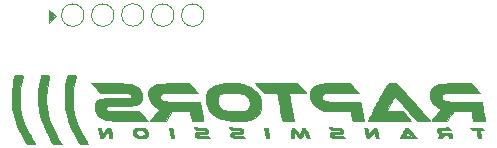
<source format=gbr>
G04 #@! TF.GenerationSoftware,KiCad,Pcbnew,(6.0.0-rc1-dev-438-g6845ac2cc-dirty)*
G04 #@! TF.CreationDate,2018-08-30T21:51:26+02:00*
G04 #@! TF.ProjectId,RapTorS,526170546F72532E6B696361645F7063,rev?*
G04 #@! TF.SameCoordinates,Original*
G04 #@! TF.FileFunction,Legend,Bot*
G04 #@! TF.FilePolarity,Positive*
%FSLAX46Y46*%
G04 Gerber Fmt 4.6, Leading zero omitted, Abs format (unit mm)*
G04 Created by KiCad (PCBNEW (6.0.0-rc1-dev-438-g6845ac2cc-dirty)) date 2018 August 30, Thursday 21:51:26*
%MOMM*%
%LPD*%
G01*
G04 APERTURE LIST*
%ADD10C,0.120000*%
%ADD11C,0.010000*%
G04 APERTURE END LIST*
D10*
X146177000Y-92735400D02*
X146202400Y-92583000D01*
X146329400Y-92633800D02*
X146177000Y-92735400D01*
X146126200Y-92430600D02*
X146329400Y-92633800D01*
X146100800Y-92887800D02*
X146126200Y-92430600D01*
X146456400Y-92633800D02*
X146100800Y-92887800D01*
X146050000Y-92252800D02*
X146456400Y-92633800D01*
X146024600Y-93040200D02*
X146050000Y-92252800D01*
X146608800Y-92633800D02*
X146024600Y-93040200D01*
X145948400Y-93218000D02*
X146608800Y-92633800D01*
X145948400Y-92125800D02*
X145948400Y-93218000D01*
X146608800Y-92633800D02*
X145948400Y-92125800D01*
D11*
G04 #@! TO.C,G\002A\002A\002A*
G36*
X149949572Y-98702546D02*
X150340097Y-99117150D01*
X151510769Y-99117149D01*
X151829044Y-99117585D01*
X152089863Y-99119034D01*
X152299264Y-99121711D01*
X152463286Y-99125833D01*
X152587967Y-99131612D01*
X152679346Y-99139265D01*
X152743463Y-99149006D01*
X152786354Y-99161050D01*
X152790415Y-99162682D01*
X152887164Y-99232691D01*
X152931131Y-99335504D01*
X152927993Y-99423403D01*
X152916971Y-99459060D01*
X152894962Y-99487995D01*
X152855874Y-99510906D01*
X152793617Y-99528490D01*
X152702098Y-99541445D01*
X152575227Y-99550468D01*
X152406913Y-99556257D01*
X152191063Y-99559509D01*
X151921588Y-99560923D01*
X151724794Y-99561181D01*
X151435183Y-99562425D01*
X151170190Y-99565738D01*
X150937447Y-99570902D01*
X150744586Y-99577698D01*
X150599239Y-99585906D01*
X150509039Y-99595307D01*
X150503696Y-99596240D01*
X150302583Y-99650559D01*
X150127277Y-99731100D01*
X149992601Y-99830187D01*
X149943750Y-99886210D01*
X149907253Y-99945412D01*
X149885016Y-100009304D01*
X149873701Y-100095491D01*
X149869969Y-100221576D01*
X149869833Y-100276025D01*
X149872893Y-100427052D01*
X149884739Y-100538905D01*
X149909947Y-100635768D01*
X149953094Y-100741828D01*
X149961446Y-100760132D01*
X150081444Y-100963285D01*
X150240585Y-101130162D01*
X150445716Y-101266288D01*
X150703685Y-101377187D01*
X150742650Y-101390434D01*
X150785431Y-101403136D01*
X150834499Y-101413933D01*
X150895322Y-101423023D01*
X150973368Y-101430604D01*
X151074103Y-101436872D01*
X151202996Y-101442027D01*
X151365514Y-101446265D01*
X151567124Y-101449785D01*
X151813294Y-101452784D01*
X152109492Y-101455459D01*
X152461185Y-101458008D01*
X152644763Y-101459204D01*
X154372250Y-101470185D01*
X154115846Y-101190605D01*
X153998974Y-101064598D01*
X153882152Y-100941084D01*
X153780656Y-100836089D01*
X153721718Y-100777128D01*
X153583992Y-100643231D01*
X150959354Y-100625275D01*
X150881009Y-100534166D01*
X150821894Y-100432665D01*
X150816927Y-100337535D01*
X150865259Y-100261141D01*
X150901400Y-100237541D01*
X150943523Y-100225598D01*
X151020816Y-100216009D01*
X151138206Y-100208594D01*
X151300617Y-100203176D01*
X151512976Y-100199577D01*
X151780210Y-100197618D01*
X152019025Y-100197118D01*
X152339959Y-100196296D01*
X152604829Y-100193671D01*
X152821063Y-100188530D01*
X152996087Y-100180159D01*
X153137329Y-100167845D01*
X153252215Y-100150875D01*
X153348174Y-100128534D01*
X153432630Y-100100111D01*
X153513013Y-100064891D01*
X153541456Y-100050878D01*
X153700391Y-99945576D01*
X153807899Y-99812511D01*
X153867106Y-99645397D01*
X153881136Y-99437948D01*
X153877614Y-99374595D01*
X153830190Y-99115168D01*
X153730081Y-98889570D01*
X153576562Y-98696969D01*
X153368904Y-98536534D01*
X153106380Y-98407433D01*
X152996900Y-98368005D01*
X152952818Y-98354960D01*
X152902224Y-98343923D01*
X152839464Y-98334677D01*
X152758882Y-98327007D01*
X152654820Y-98320697D01*
X152521623Y-98315532D01*
X152353635Y-98311294D01*
X152145200Y-98307770D01*
X151890661Y-98304743D01*
X151584362Y-98301997D01*
X151220646Y-98299316D01*
X151190662Y-98299110D01*
X149559048Y-98287942D01*
X149949572Y-98702546D01*
X149949572Y-98702546D01*
G37*
X149949572Y-98702546D02*
X150340097Y-99117150D01*
X151510769Y-99117149D01*
X151829044Y-99117585D01*
X152089863Y-99119034D01*
X152299264Y-99121711D01*
X152463286Y-99125833D01*
X152587967Y-99131612D01*
X152679346Y-99139265D01*
X152743463Y-99149006D01*
X152786354Y-99161050D01*
X152790415Y-99162682D01*
X152887164Y-99232691D01*
X152931131Y-99335504D01*
X152927993Y-99423403D01*
X152916971Y-99459060D01*
X152894962Y-99487995D01*
X152855874Y-99510906D01*
X152793617Y-99528490D01*
X152702098Y-99541445D01*
X152575227Y-99550468D01*
X152406913Y-99556257D01*
X152191063Y-99559509D01*
X151921588Y-99560923D01*
X151724794Y-99561181D01*
X151435183Y-99562425D01*
X151170190Y-99565738D01*
X150937447Y-99570902D01*
X150744586Y-99577698D01*
X150599239Y-99585906D01*
X150509039Y-99595307D01*
X150503696Y-99596240D01*
X150302583Y-99650559D01*
X150127277Y-99731100D01*
X149992601Y-99830187D01*
X149943750Y-99886210D01*
X149907253Y-99945412D01*
X149885016Y-100009304D01*
X149873701Y-100095491D01*
X149869969Y-100221576D01*
X149869833Y-100276025D01*
X149872893Y-100427052D01*
X149884739Y-100538905D01*
X149909947Y-100635768D01*
X149953094Y-100741828D01*
X149961446Y-100760132D01*
X150081444Y-100963285D01*
X150240585Y-101130162D01*
X150445716Y-101266288D01*
X150703685Y-101377187D01*
X150742650Y-101390434D01*
X150785431Y-101403136D01*
X150834499Y-101413933D01*
X150895322Y-101423023D01*
X150973368Y-101430604D01*
X151074103Y-101436872D01*
X151202996Y-101442027D01*
X151365514Y-101446265D01*
X151567124Y-101449785D01*
X151813294Y-101452784D01*
X152109492Y-101455459D01*
X152461185Y-101458008D01*
X152644763Y-101459204D01*
X154372250Y-101470185D01*
X154115846Y-101190605D01*
X153998974Y-101064598D01*
X153882152Y-100941084D01*
X153780656Y-100836089D01*
X153721718Y-100777128D01*
X153583992Y-100643231D01*
X150959354Y-100625275D01*
X150881009Y-100534166D01*
X150821894Y-100432665D01*
X150816927Y-100337535D01*
X150865259Y-100261141D01*
X150901400Y-100237541D01*
X150943523Y-100225598D01*
X151020816Y-100216009D01*
X151138206Y-100208594D01*
X151300617Y-100203176D01*
X151512976Y-100199577D01*
X151780210Y-100197618D01*
X152019025Y-100197118D01*
X152339959Y-100196296D01*
X152604829Y-100193671D01*
X152821063Y-100188530D01*
X152996087Y-100180159D01*
X153137329Y-100167845D01*
X153252215Y-100150875D01*
X153348174Y-100128534D01*
X153432630Y-100100111D01*
X153513013Y-100064891D01*
X153541456Y-100050878D01*
X153700391Y-99945576D01*
X153807899Y-99812511D01*
X153867106Y-99645397D01*
X153881136Y-99437948D01*
X153877614Y-99374595D01*
X153830190Y-99115168D01*
X153730081Y-98889570D01*
X153576562Y-98696969D01*
X153368904Y-98536534D01*
X153106380Y-98407433D01*
X152996900Y-98368005D01*
X152952818Y-98354960D01*
X152902224Y-98343923D01*
X152839464Y-98334677D01*
X152758882Y-98327007D01*
X152654820Y-98320697D01*
X152521623Y-98315532D01*
X152353635Y-98311294D01*
X152145200Y-98307770D01*
X151890661Y-98304743D01*
X151584362Y-98301997D01*
X151220646Y-98299316D01*
X151190662Y-98299110D01*
X149559048Y-98287942D01*
X149949572Y-98702546D01*
G36*
X156570513Y-98300037D02*
X156233273Y-98303824D01*
X155952599Y-98307963D01*
X155721558Y-98313192D01*
X155533216Y-98320248D01*
X155380640Y-98329871D01*
X155256898Y-98342797D01*
X155155056Y-98359765D01*
X155068181Y-98381512D01*
X154989340Y-98408776D01*
X154911600Y-98442294D01*
X154828028Y-98482805D01*
X154821244Y-98486190D01*
X154682505Y-98576932D01*
X154552789Y-98699326D01*
X154449074Y-98834770D01*
X154390108Y-98958539D01*
X154373970Y-99050725D01*
X154365843Y-99178240D01*
X154367407Y-99311144D01*
X154412071Y-99576160D01*
X154513581Y-99818991D01*
X154667578Y-100034364D01*
X154869702Y-100217005D01*
X155115593Y-100361639D01*
X155293844Y-100431798D01*
X155318816Y-100447296D01*
X155316417Y-100476556D01*
X155281589Y-100530023D01*
X155209279Y-100618141D01*
X155196277Y-100633369D01*
X155096764Y-100751434D01*
X154987987Y-100883469D01*
X154877326Y-101020154D01*
X154772158Y-101152168D01*
X154679862Y-101270189D01*
X154607815Y-101364898D01*
X154563396Y-101426972D01*
X154552650Y-101446465D01*
X154582834Y-101452534D01*
X154667120Y-101457871D01*
X154796112Y-101462187D01*
X154960416Y-101465189D01*
X155150634Y-101466586D01*
X155202426Y-101466650D01*
X155852201Y-101466650D01*
X156130315Y-101053900D01*
X156408428Y-100641149D01*
X157163289Y-100641150D01*
X157374755Y-100641468D01*
X157563510Y-100642363D01*
X157720807Y-100643743D01*
X157837902Y-100645515D01*
X157906049Y-100647589D01*
X157919967Y-100649087D01*
X157925940Y-100681498D01*
X157940958Y-100764354D01*
X157962840Y-100885601D01*
X157989408Y-101033182D01*
X157993134Y-101053900D01*
X158064484Y-101450775D01*
X158563626Y-101459522D01*
X159062767Y-101468270D01*
X159046630Y-101396022D01*
X159036486Y-101343717D01*
X159017486Y-101239421D01*
X158991516Y-101093732D01*
X158960461Y-100917243D01*
X158926205Y-100720551D01*
X158917957Y-100672900D01*
X158883073Y-100471806D01*
X158850850Y-100287294D01*
X158823210Y-100130266D01*
X158802074Y-100011622D01*
X158789361Y-99942264D01*
X158787887Y-99934712D01*
X158770355Y-99847400D01*
X157320315Y-99847222D01*
X156944899Y-99846414D01*
X156614525Y-99844129D01*
X156332316Y-99840435D01*
X156101395Y-99835397D01*
X155924884Y-99829084D01*
X155805907Y-99821561D01*
X155750345Y-99813740D01*
X155629310Y-99760606D01*
X155517148Y-99678208D01*
X155432201Y-99582615D01*
X155394945Y-99502335D01*
X155396469Y-99371746D01*
X155454134Y-99255365D01*
X155526098Y-99190247D01*
X155550428Y-99176902D01*
X155582977Y-99165658D01*
X155629342Y-99156256D01*
X155695120Y-99148443D01*
X155785908Y-99141960D01*
X155907304Y-99136551D01*
X156064906Y-99131961D01*
X156264310Y-99127931D01*
X156511113Y-99124207D01*
X156810915Y-99120532D01*
X157121537Y-99117150D01*
X158629695Y-99101275D01*
X157842251Y-98286705D01*
X156570513Y-98300037D01*
X156570513Y-98300037D01*
G37*
X156570513Y-98300037D02*
X156233273Y-98303824D01*
X155952599Y-98307963D01*
X155721558Y-98313192D01*
X155533216Y-98320248D01*
X155380640Y-98329871D01*
X155256898Y-98342797D01*
X155155056Y-98359765D01*
X155068181Y-98381512D01*
X154989340Y-98408776D01*
X154911600Y-98442294D01*
X154828028Y-98482805D01*
X154821244Y-98486190D01*
X154682505Y-98576932D01*
X154552789Y-98699326D01*
X154449074Y-98834770D01*
X154390108Y-98958539D01*
X154373970Y-99050725D01*
X154365843Y-99178240D01*
X154367407Y-99311144D01*
X154412071Y-99576160D01*
X154513581Y-99818991D01*
X154667578Y-100034364D01*
X154869702Y-100217005D01*
X155115593Y-100361639D01*
X155293844Y-100431798D01*
X155318816Y-100447296D01*
X155316417Y-100476556D01*
X155281589Y-100530023D01*
X155209279Y-100618141D01*
X155196277Y-100633369D01*
X155096764Y-100751434D01*
X154987987Y-100883469D01*
X154877326Y-101020154D01*
X154772158Y-101152168D01*
X154679862Y-101270189D01*
X154607815Y-101364898D01*
X154563396Y-101426972D01*
X154552650Y-101446465D01*
X154582834Y-101452534D01*
X154667120Y-101457871D01*
X154796112Y-101462187D01*
X154960416Y-101465189D01*
X155150634Y-101466586D01*
X155202426Y-101466650D01*
X155852201Y-101466650D01*
X156130315Y-101053900D01*
X156408428Y-100641149D01*
X157163289Y-100641150D01*
X157374755Y-100641468D01*
X157563510Y-100642363D01*
X157720807Y-100643743D01*
X157837902Y-100645515D01*
X157906049Y-100647589D01*
X157919967Y-100649087D01*
X157925940Y-100681498D01*
X157940958Y-100764354D01*
X157962840Y-100885601D01*
X157989408Y-101033182D01*
X157993134Y-101053900D01*
X158064484Y-101450775D01*
X158563626Y-101459522D01*
X159062767Y-101468270D01*
X159046630Y-101396022D01*
X159036486Y-101343717D01*
X159017486Y-101239421D01*
X158991516Y-101093732D01*
X158960461Y-100917243D01*
X158926205Y-100720551D01*
X158917957Y-100672900D01*
X158883073Y-100471806D01*
X158850850Y-100287294D01*
X158823210Y-100130266D01*
X158802074Y-100011622D01*
X158789361Y-99942264D01*
X158787887Y-99934712D01*
X158770355Y-99847400D01*
X157320315Y-99847222D01*
X156944899Y-99846414D01*
X156614525Y-99844129D01*
X156332316Y-99840435D01*
X156101395Y-99835397D01*
X155924884Y-99829084D01*
X155805907Y-99821561D01*
X155750345Y-99813740D01*
X155629310Y-99760606D01*
X155517148Y-99678208D01*
X155432201Y-99582615D01*
X155394945Y-99502335D01*
X155396469Y-99371746D01*
X155454134Y-99255365D01*
X155526098Y-99190247D01*
X155550428Y-99176902D01*
X155582977Y-99165658D01*
X155629342Y-99156256D01*
X155695120Y-99148443D01*
X155785908Y-99141960D01*
X155907304Y-99136551D01*
X156064906Y-99131961D01*
X156264310Y-99127931D01*
X156511113Y-99124207D01*
X156810915Y-99120532D01*
X157121537Y-99117150D01*
X158629695Y-99101275D01*
X157842251Y-98286705D01*
X156570513Y-98300037D01*
G36*
X165204121Y-98299323D02*
X163400258Y-98307525D01*
X163778642Y-98710429D01*
X164157025Y-99113334D01*
X164736463Y-99115242D01*
X164920364Y-99117049D01*
X165080204Y-99120915D01*
X165206033Y-99126409D01*
X165287901Y-99133103D01*
X165315900Y-99140285D01*
X165321260Y-99178418D01*
X165336316Y-99270352D01*
X165359534Y-99407391D01*
X165389380Y-99580838D01*
X165424320Y-99781995D01*
X165462820Y-100002166D01*
X165503345Y-100232654D01*
X165544361Y-100464762D01*
X165584333Y-100689791D01*
X165621729Y-100899047D01*
X165655013Y-101083830D01*
X165682652Y-101235445D01*
X165703110Y-101345194D01*
X165714854Y-101404380D01*
X165716482Y-101411087D01*
X165728430Y-101432296D01*
X165755992Y-101447352D01*
X165808610Y-101457287D01*
X165895729Y-101463128D01*
X166026794Y-101465905D01*
X166211249Y-101466647D01*
X166226357Y-101466650D01*
X166719784Y-101466650D01*
X166702594Y-101395212D01*
X166693087Y-101347330D01*
X166674161Y-101244938D01*
X166647258Y-101096088D01*
X166613819Y-100908834D01*
X166575285Y-100691230D01*
X166533097Y-100451329D01*
X166507982Y-100307775D01*
X166464268Y-100057877D01*
X166423369Y-99824885D01*
X166386738Y-99617012D01*
X166355827Y-99442471D01*
X166332090Y-99309477D01*
X166316978Y-99226242D01*
X166312832Y-99204462D01*
X166295105Y-99117150D01*
X167030524Y-99117150D01*
X167238240Y-99116028D01*
X167422317Y-99112882D01*
X167574091Y-99108037D01*
X167684899Y-99101820D01*
X167746079Y-99094558D01*
X167755359Y-99089827D01*
X167730882Y-99058812D01*
X167669824Y-98990255D01*
X167579681Y-98892324D01*
X167467948Y-98773187D01*
X167376379Y-98676813D01*
X167007983Y-98291121D01*
X165204121Y-98299323D01*
X165204121Y-98299323D01*
G37*
X165204121Y-98299323D02*
X163400258Y-98307525D01*
X163778642Y-98710429D01*
X164157025Y-99113334D01*
X164736463Y-99115242D01*
X164920364Y-99117049D01*
X165080204Y-99120915D01*
X165206033Y-99126409D01*
X165287901Y-99133103D01*
X165315900Y-99140285D01*
X165321260Y-99178418D01*
X165336316Y-99270352D01*
X165359534Y-99407391D01*
X165389380Y-99580838D01*
X165424320Y-99781995D01*
X165462820Y-100002166D01*
X165503345Y-100232654D01*
X165544361Y-100464762D01*
X165584333Y-100689791D01*
X165621729Y-100899047D01*
X165655013Y-101083830D01*
X165682652Y-101235445D01*
X165703110Y-101345194D01*
X165714854Y-101404380D01*
X165716482Y-101411087D01*
X165728430Y-101432296D01*
X165755992Y-101447352D01*
X165808610Y-101457287D01*
X165895729Y-101463128D01*
X166026794Y-101465905D01*
X166211249Y-101466647D01*
X166226357Y-101466650D01*
X166719784Y-101466650D01*
X166702594Y-101395212D01*
X166693087Y-101347330D01*
X166674161Y-101244938D01*
X166647258Y-101096088D01*
X166613819Y-100908834D01*
X166575285Y-100691230D01*
X166533097Y-100451329D01*
X166507982Y-100307775D01*
X166464268Y-100057877D01*
X166423369Y-99824885D01*
X166386738Y-99617012D01*
X166355827Y-99442471D01*
X166332090Y-99309477D01*
X166316978Y-99226242D01*
X166312832Y-99204462D01*
X166295105Y-99117150D01*
X167030524Y-99117150D01*
X167238240Y-99116028D01*
X167422317Y-99112882D01*
X167574091Y-99108037D01*
X167684899Y-99101820D01*
X167746079Y-99094558D01*
X167755359Y-99089827D01*
X167730882Y-99058812D01*
X167669824Y-98990255D01*
X167579681Y-98892324D01*
X167467948Y-98773187D01*
X167376379Y-98676813D01*
X167007983Y-98291121D01*
X165204121Y-98299323D01*
G36*
X170305304Y-98292201D02*
X169970622Y-98293082D01*
X169693452Y-98295504D01*
X169467819Y-98299668D01*
X169287749Y-98305775D01*
X169147269Y-98314026D01*
X169040403Y-98324622D01*
X168962989Y-98337377D01*
X168683800Y-98419907D01*
X168455838Y-98537766D01*
X168280017Y-98689984D01*
X168157251Y-98875590D01*
X168088453Y-99093612D01*
X168072831Y-99282919D01*
X168102927Y-99568096D01*
X168189441Y-99826480D01*
X168330211Y-100055794D01*
X168523079Y-100253759D01*
X168765884Y-100418099D01*
X169056466Y-100546536D01*
X169348150Y-100627662D01*
X169436501Y-100641854D01*
X169558068Y-100653051D01*
X169718745Y-100661473D01*
X169924430Y-100667343D01*
X170181019Y-100670880D01*
X170494406Y-100672306D01*
X170540282Y-100672348D01*
X171526038Y-100672900D01*
X171582380Y-101014212D01*
X171606912Y-101159297D01*
X171629216Y-101284887D01*
X171646456Y-101375350D01*
X171654451Y-101411087D01*
X171666130Y-101432345D01*
X171693493Y-101447420D01*
X171745998Y-101457350D01*
X171833102Y-101463172D01*
X171964266Y-101465926D01*
X172148947Y-101466648D01*
X172160770Y-101466650D01*
X172651360Y-101466650D01*
X172635427Y-101395212D01*
X172625346Y-101343162D01*
X172606405Y-101239107D01*
X172580484Y-101093625D01*
X172549465Y-100917294D01*
X172515230Y-100720695D01*
X172506957Y-100672900D01*
X172472073Y-100471806D01*
X172439850Y-100287294D01*
X172412210Y-100130266D01*
X172391074Y-100011622D01*
X172378361Y-99942264D01*
X172376887Y-99934712D01*
X172359355Y-99847400D01*
X170909315Y-99846702D01*
X170565976Y-99846393D01*
X170280213Y-99845674D01*
X170046105Y-99844320D01*
X169857728Y-99842107D01*
X169709159Y-99838810D01*
X169594476Y-99834202D01*
X169507756Y-99828061D01*
X169443076Y-99820159D01*
X169394513Y-99810273D01*
X169356144Y-99798177D01*
X169328545Y-99786638D01*
X169198036Y-99701862D01*
X169111989Y-99593574D01*
X169072326Y-99473621D01*
X169080970Y-99353851D01*
X169139845Y-99246114D01*
X169229088Y-99173829D01*
X169262954Y-99163409D01*
X169328456Y-99154317D01*
X169429939Y-99146389D01*
X169571750Y-99139466D01*
X169758233Y-99133387D01*
X169993735Y-99127990D01*
X170282602Y-99123114D01*
X170629179Y-99118598D01*
X170757804Y-99117150D01*
X172215083Y-99101275D01*
X171826083Y-98696462D01*
X171437082Y-98291649D01*
X170305304Y-98292201D01*
X170305304Y-98292201D01*
G37*
X170305304Y-98292201D02*
X169970622Y-98293082D01*
X169693452Y-98295504D01*
X169467819Y-98299668D01*
X169287749Y-98305775D01*
X169147269Y-98314026D01*
X169040403Y-98324622D01*
X168962989Y-98337377D01*
X168683800Y-98419907D01*
X168455838Y-98537766D01*
X168280017Y-98689984D01*
X168157251Y-98875590D01*
X168088453Y-99093612D01*
X168072831Y-99282919D01*
X168102927Y-99568096D01*
X168189441Y-99826480D01*
X168330211Y-100055794D01*
X168523079Y-100253759D01*
X168765884Y-100418099D01*
X169056466Y-100546536D01*
X169348150Y-100627662D01*
X169436501Y-100641854D01*
X169558068Y-100653051D01*
X169718745Y-100661473D01*
X169924430Y-100667343D01*
X170181019Y-100670880D01*
X170494406Y-100672306D01*
X170540282Y-100672348D01*
X171526038Y-100672900D01*
X171582380Y-101014212D01*
X171606912Y-101159297D01*
X171629216Y-101284887D01*
X171646456Y-101375350D01*
X171654451Y-101411087D01*
X171666130Y-101432345D01*
X171693493Y-101447420D01*
X171745998Y-101457350D01*
X171833102Y-101463172D01*
X171964266Y-101465926D01*
X172148947Y-101466648D01*
X172160770Y-101466650D01*
X172651360Y-101466650D01*
X172635427Y-101395212D01*
X172625346Y-101343162D01*
X172606405Y-101239107D01*
X172580484Y-101093625D01*
X172549465Y-100917294D01*
X172515230Y-100720695D01*
X172506957Y-100672900D01*
X172472073Y-100471806D01*
X172439850Y-100287294D01*
X172412210Y-100130266D01*
X172391074Y-100011622D01*
X172378361Y-99942264D01*
X172376887Y-99934712D01*
X172359355Y-99847400D01*
X170909315Y-99846702D01*
X170565976Y-99846393D01*
X170280213Y-99845674D01*
X170046105Y-99844320D01*
X169857728Y-99842107D01*
X169709159Y-99838810D01*
X169594476Y-99834202D01*
X169507756Y-99828061D01*
X169443076Y-99820159D01*
X169394513Y-99810273D01*
X169356144Y-99798177D01*
X169328545Y-99786638D01*
X169198036Y-99701862D01*
X169111989Y-99593574D01*
X169072326Y-99473621D01*
X169080970Y-99353851D01*
X169139845Y-99246114D01*
X169229088Y-99173829D01*
X169262954Y-99163409D01*
X169328456Y-99154317D01*
X169429939Y-99146389D01*
X169571750Y-99139466D01*
X169758233Y-99133387D01*
X169993735Y-99127990D01*
X170282602Y-99123114D01*
X170629179Y-99118598D01*
X170757804Y-99117150D01*
X172215083Y-99101275D01*
X171826083Y-98696462D01*
X171437082Y-98291649D01*
X170305304Y-98292201D01*
G36*
X174887835Y-98277800D02*
X174721325Y-98341995D01*
X174581348Y-98456038D01*
X174532771Y-98518607D01*
X174498771Y-98575192D01*
X174441207Y-98678211D01*
X174363398Y-98821280D01*
X174268663Y-98998011D01*
X174160323Y-99202019D01*
X174041695Y-99426917D01*
X173916100Y-99666320D01*
X173786857Y-99913840D01*
X173657285Y-100163093D01*
X173530704Y-100407692D01*
X173410433Y-100641251D01*
X173299791Y-100857383D01*
X173202097Y-101049703D01*
X173120671Y-101211825D01*
X173058833Y-101337362D01*
X173019902Y-101419929D01*
X173007196Y-101453138D01*
X173007331Y-101453413D01*
X173040714Y-101455792D01*
X173131937Y-101457762D01*
X173275338Y-101459305D01*
X173465259Y-101460406D01*
X173696039Y-101461046D01*
X173962019Y-101461210D01*
X174257538Y-101460878D01*
X174576937Y-101460036D01*
X174848048Y-101458972D01*
X176675009Y-101450775D01*
X176311496Y-101045962D01*
X175947982Y-100641150D01*
X174596017Y-100641150D01*
X174892905Y-100077587D01*
X174984756Y-99902216D01*
X175066907Y-99743442D01*
X175134518Y-99610776D01*
X175182750Y-99513725D01*
X175206763Y-99461801D01*
X175207986Y-99458462D01*
X175233338Y-99411805D01*
X175247853Y-99403211D01*
X175272870Y-99426215D01*
X175335645Y-99491875D01*
X175431772Y-99595369D01*
X175556846Y-99731873D01*
X175706460Y-99896562D01*
X175876208Y-100084613D01*
X176061685Y-100291202D01*
X176190275Y-100435027D01*
X177111025Y-101466531D01*
X177696403Y-101466590D01*
X178281781Y-101466650D01*
X178201719Y-101379337D01*
X178166048Y-101339689D01*
X178092343Y-101257164D01*
X177984717Y-101136383D01*
X177847279Y-100981968D01*
X177684141Y-100798540D01*
X177499414Y-100590722D01*
X177297208Y-100363135D01*
X177081634Y-100120400D01*
X176937920Y-99958525D01*
X176714791Y-99707594D01*
X176501283Y-99468302D01*
X176301650Y-99245363D01*
X176120149Y-99043493D01*
X175961035Y-98867405D01*
X175828563Y-98721814D01*
X175726989Y-98611435D01*
X175660569Y-98540981D01*
X175638854Y-98519368D01*
X175456387Y-98384236D01*
X175264384Y-98298926D01*
X175071860Y-98263445D01*
X174887835Y-98277800D01*
X174887835Y-98277800D01*
G37*
X174887835Y-98277800D02*
X174721325Y-98341995D01*
X174581348Y-98456038D01*
X174532771Y-98518607D01*
X174498771Y-98575192D01*
X174441207Y-98678211D01*
X174363398Y-98821280D01*
X174268663Y-98998011D01*
X174160323Y-99202019D01*
X174041695Y-99426917D01*
X173916100Y-99666320D01*
X173786857Y-99913840D01*
X173657285Y-100163093D01*
X173530704Y-100407692D01*
X173410433Y-100641251D01*
X173299791Y-100857383D01*
X173202097Y-101049703D01*
X173120671Y-101211825D01*
X173058833Y-101337362D01*
X173019902Y-101419929D01*
X173007196Y-101453138D01*
X173007331Y-101453413D01*
X173040714Y-101455792D01*
X173131937Y-101457762D01*
X173275338Y-101459305D01*
X173465259Y-101460406D01*
X173696039Y-101461046D01*
X173962019Y-101461210D01*
X174257538Y-101460878D01*
X174576937Y-101460036D01*
X174848048Y-101458972D01*
X176675009Y-101450775D01*
X176311496Y-101045962D01*
X175947982Y-100641150D01*
X174596017Y-100641150D01*
X174892905Y-100077587D01*
X174984756Y-99902216D01*
X175066907Y-99743442D01*
X175134518Y-99610776D01*
X175182750Y-99513725D01*
X175206763Y-99461801D01*
X175207986Y-99458462D01*
X175233338Y-99411805D01*
X175247853Y-99403211D01*
X175272870Y-99426215D01*
X175335645Y-99491875D01*
X175431772Y-99595369D01*
X175556846Y-99731873D01*
X175706460Y-99896562D01*
X175876208Y-100084613D01*
X176061685Y-100291202D01*
X176190275Y-100435027D01*
X177111025Y-101466531D01*
X177696403Y-101466590D01*
X178281781Y-101466650D01*
X178201719Y-101379337D01*
X178166048Y-101339689D01*
X178092343Y-101257164D01*
X177984717Y-101136383D01*
X177847279Y-100981968D01*
X177684141Y-100798540D01*
X177499414Y-100590722D01*
X177297208Y-100363135D01*
X177081634Y-100120400D01*
X176937920Y-99958525D01*
X176714791Y-99707594D01*
X176501283Y-99468302D01*
X176301650Y-99245363D01*
X176120149Y-99043493D01*
X175961035Y-98867405D01*
X175828563Y-98721814D01*
X175726989Y-98611435D01*
X175660569Y-98540981D01*
X175638854Y-98519368D01*
X175456387Y-98384236D01*
X175264384Y-98298926D01*
X175071860Y-98263445D01*
X174887835Y-98277800D01*
G36*
X180414763Y-98300037D02*
X180077523Y-98303824D01*
X179796849Y-98307963D01*
X179565808Y-98313192D01*
X179377466Y-98320248D01*
X179224890Y-98329871D01*
X179101148Y-98342797D01*
X178999306Y-98359765D01*
X178912431Y-98381512D01*
X178833590Y-98408776D01*
X178755850Y-98442294D01*
X178672278Y-98482805D01*
X178665494Y-98486190D01*
X178526755Y-98576932D01*
X178397039Y-98699326D01*
X178293324Y-98834770D01*
X178234358Y-98958539D01*
X178218220Y-99050725D01*
X178210093Y-99178240D01*
X178211657Y-99311144D01*
X178256321Y-99576160D01*
X178357831Y-99818991D01*
X178511828Y-100034364D01*
X178713952Y-100217005D01*
X178959843Y-100361639D01*
X179138094Y-100431798D01*
X179163066Y-100447296D01*
X179160667Y-100476556D01*
X179125839Y-100530023D01*
X179053529Y-100618141D01*
X179040527Y-100633369D01*
X178941014Y-100751434D01*
X178832237Y-100883469D01*
X178721576Y-101020154D01*
X178616408Y-101152168D01*
X178524112Y-101270189D01*
X178452065Y-101364898D01*
X178407646Y-101426972D01*
X178396900Y-101446465D01*
X178427084Y-101452534D01*
X178511370Y-101457871D01*
X178640362Y-101462187D01*
X178804666Y-101465189D01*
X178994884Y-101466586D01*
X179046676Y-101466650D01*
X179696451Y-101466650D01*
X179974565Y-101053900D01*
X180252678Y-100641149D01*
X181007539Y-100641150D01*
X181219005Y-100641468D01*
X181407760Y-100642363D01*
X181565057Y-100643743D01*
X181682152Y-100645515D01*
X181750299Y-100647589D01*
X181764217Y-100649087D01*
X181770190Y-100681498D01*
X181785208Y-100764354D01*
X181807090Y-100885601D01*
X181833658Y-101033182D01*
X181837384Y-101053900D01*
X181908734Y-101450775D01*
X182407876Y-101459522D01*
X182907017Y-101468270D01*
X182890880Y-101396022D01*
X182880736Y-101343717D01*
X182861736Y-101239421D01*
X182835766Y-101093732D01*
X182804711Y-100917243D01*
X182770455Y-100720551D01*
X182762207Y-100672900D01*
X182727323Y-100471806D01*
X182695100Y-100287294D01*
X182667460Y-100130266D01*
X182646324Y-100011622D01*
X182633611Y-99942264D01*
X182632137Y-99934712D01*
X182614605Y-99847400D01*
X181164565Y-99847222D01*
X180789149Y-99846414D01*
X180458775Y-99844129D01*
X180176566Y-99840435D01*
X179945645Y-99835397D01*
X179769134Y-99829084D01*
X179650157Y-99821561D01*
X179594595Y-99813740D01*
X179473560Y-99760606D01*
X179361398Y-99678208D01*
X179276451Y-99582615D01*
X179239195Y-99502335D01*
X179240719Y-99371746D01*
X179298384Y-99255365D01*
X179370348Y-99190247D01*
X179394678Y-99176902D01*
X179427227Y-99165658D01*
X179473592Y-99156256D01*
X179539370Y-99148443D01*
X179630158Y-99141960D01*
X179751554Y-99136551D01*
X179909156Y-99131961D01*
X180108560Y-99127931D01*
X180355363Y-99124207D01*
X180655165Y-99120532D01*
X180965787Y-99117150D01*
X182473945Y-99101275D01*
X181686501Y-98286705D01*
X180414763Y-98300037D01*
X180414763Y-98300037D01*
G37*
X180414763Y-98300037D02*
X180077523Y-98303824D01*
X179796849Y-98307963D01*
X179565808Y-98313192D01*
X179377466Y-98320248D01*
X179224890Y-98329871D01*
X179101148Y-98342797D01*
X178999306Y-98359765D01*
X178912431Y-98381512D01*
X178833590Y-98408776D01*
X178755850Y-98442294D01*
X178672278Y-98482805D01*
X178665494Y-98486190D01*
X178526755Y-98576932D01*
X178397039Y-98699326D01*
X178293324Y-98834770D01*
X178234358Y-98958539D01*
X178218220Y-99050725D01*
X178210093Y-99178240D01*
X178211657Y-99311144D01*
X178256321Y-99576160D01*
X178357831Y-99818991D01*
X178511828Y-100034364D01*
X178713952Y-100217005D01*
X178959843Y-100361639D01*
X179138094Y-100431798D01*
X179163066Y-100447296D01*
X179160667Y-100476556D01*
X179125839Y-100530023D01*
X179053529Y-100618141D01*
X179040527Y-100633369D01*
X178941014Y-100751434D01*
X178832237Y-100883469D01*
X178721576Y-101020154D01*
X178616408Y-101152168D01*
X178524112Y-101270189D01*
X178452065Y-101364898D01*
X178407646Y-101426972D01*
X178396900Y-101446465D01*
X178427084Y-101452534D01*
X178511370Y-101457871D01*
X178640362Y-101462187D01*
X178804666Y-101465189D01*
X178994884Y-101466586D01*
X179046676Y-101466650D01*
X179696451Y-101466650D01*
X179974565Y-101053900D01*
X180252678Y-100641149D01*
X181007539Y-100641150D01*
X181219005Y-100641468D01*
X181407760Y-100642363D01*
X181565057Y-100643743D01*
X181682152Y-100645515D01*
X181750299Y-100647589D01*
X181764217Y-100649087D01*
X181770190Y-100681498D01*
X181785208Y-100764354D01*
X181807090Y-100885601D01*
X181833658Y-101033182D01*
X181837384Y-101053900D01*
X181908734Y-101450775D01*
X182407876Y-101459522D01*
X182907017Y-101468270D01*
X182890880Y-101396022D01*
X182880736Y-101343717D01*
X182861736Y-101239421D01*
X182835766Y-101093732D01*
X182804711Y-100917243D01*
X182770455Y-100720551D01*
X182762207Y-100672900D01*
X182727323Y-100471806D01*
X182695100Y-100287294D01*
X182667460Y-100130266D01*
X182646324Y-100011622D01*
X182633611Y-99942264D01*
X182632137Y-99934712D01*
X182614605Y-99847400D01*
X181164565Y-99847222D01*
X180789149Y-99846414D01*
X180458775Y-99844129D01*
X180176566Y-99840435D01*
X179945645Y-99835397D01*
X179769134Y-99829084D01*
X179650157Y-99821561D01*
X179594595Y-99813740D01*
X179473560Y-99760606D01*
X179361398Y-99678208D01*
X179276451Y-99582615D01*
X179239195Y-99502335D01*
X179240719Y-99371746D01*
X179298384Y-99255365D01*
X179370348Y-99190247D01*
X179394678Y-99176902D01*
X179427227Y-99165658D01*
X179473592Y-99156256D01*
X179539370Y-99148443D01*
X179630158Y-99141960D01*
X179751554Y-99136551D01*
X179909156Y-99131961D01*
X180108560Y-99127931D01*
X180355363Y-99124207D01*
X180655165Y-99120532D01*
X180965787Y-99117150D01*
X182473945Y-99101275D01*
X181686501Y-98286705D01*
X180414763Y-98300037D01*
G36*
X160899367Y-98276067D02*
X160515265Y-98324087D01*
X160179736Y-98403382D01*
X159894380Y-98513286D01*
X159660799Y-98653131D01*
X159480593Y-98822251D01*
X159355363Y-99019978D01*
X159324801Y-99095860D01*
X159290752Y-99242693D01*
X159272293Y-99429349D01*
X159269720Y-99634022D01*
X159283331Y-99834905D01*
X159312430Y-100006150D01*
X159419249Y-100329529D01*
X159573156Y-100612750D01*
X159774626Y-100856083D01*
X160024137Y-101059795D01*
X160322166Y-101224157D01*
X160669188Y-101349437D01*
X161065682Y-101435904D01*
X161512123Y-101483827D01*
X161950400Y-101494294D01*
X162128752Y-101490322D01*
X162308280Y-101482561D01*
X162466272Y-101472194D01*
X162566447Y-101462243D01*
X162927288Y-101395988D01*
X163236662Y-101296702D01*
X163493640Y-101164908D01*
X163697291Y-101001131D01*
X163846683Y-100805894D01*
X163892627Y-100715539D01*
X163954344Y-100508346D01*
X163976666Y-100265544D01*
X163968390Y-100126773D01*
X162979683Y-100126773D01*
X162950931Y-100297588D01*
X162874794Y-100430892D01*
X162748274Y-100530307D01*
X162568372Y-100599455D01*
X162365363Y-100637905D01*
X162158634Y-100656567D01*
X161912799Y-100666180D01*
X161651613Y-100666701D01*
X161398828Y-100658086D01*
X161178198Y-100640291D01*
X161176596Y-100640108D01*
X161025818Y-100617014D01*
X160877944Y-100584635D01*
X160759903Y-100549088D01*
X160738652Y-100540614D01*
X160559853Y-100430675D01*
X160421793Y-100273456D01*
X160325583Y-100071296D01*
X160272334Y-99826533D01*
X160263159Y-99541507D01*
X160263213Y-99540273D01*
X160296120Y-99427034D01*
X160375196Y-99316046D01*
X160485259Y-99225951D01*
X160543481Y-99196082D01*
X160682426Y-99154722D01*
X160871441Y-99122695D01*
X161097690Y-99100663D01*
X161348338Y-99089286D01*
X161610550Y-99089223D01*
X161871489Y-99101136D01*
X162057455Y-99118191D01*
X162323250Y-99164033D01*
X162535424Y-99237446D01*
X162699727Y-99343483D01*
X162821914Y-99487200D01*
X162907736Y-99673651D01*
X162962945Y-99907892D01*
X162964050Y-99914825D01*
X162979683Y-100126773D01*
X163968390Y-100126773D01*
X163960847Y-100000309D01*
X163908139Y-99725816D01*
X163819797Y-99455241D01*
X163759816Y-99319691D01*
X163596065Y-99054120D01*
X163382323Y-98826903D01*
X163118448Y-98637978D01*
X162804298Y-98487284D01*
X162439731Y-98374758D01*
X162024603Y-98300339D01*
X161558773Y-98263963D01*
X161330443Y-98259989D01*
X160899367Y-98276067D01*
X160899367Y-98276067D01*
G37*
X160899367Y-98276067D02*
X160515265Y-98324087D01*
X160179736Y-98403382D01*
X159894380Y-98513286D01*
X159660799Y-98653131D01*
X159480593Y-98822251D01*
X159355363Y-99019978D01*
X159324801Y-99095860D01*
X159290752Y-99242693D01*
X159272293Y-99429349D01*
X159269720Y-99634022D01*
X159283331Y-99834905D01*
X159312430Y-100006150D01*
X159419249Y-100329529D01*
X159573156Y-100612750D01*
X159774626Y-100856083D01*
X160024137Y-101059795D01*
X160322166Y-101224157D01*
X160669188Y-101349437D01*
X161065682Y-101435904D01*
X161512123Y-101483827D01*
X161950400Y-101494294D01*
X162128752Y-101490322D01*
X162308280Y-101482561D01*
X162466272Y-101472194D01*
X162566447Y-101462243D01*
X162927288Y-101395988D01*
X163236662Y-101296702D01*
X163493640Y-101164908D01*
X163697291Y-101001131D01*
X163846683Y-100805894D01*
X163892627Y-100715539D01*
X163954344Y-100508346D01*
X163976666Y-100265544D01*
X163968390Y-100126773D01*
X162979683Y-100126773D01*
X162950931Y-100297588D01*
X162874794Y-100430892D01*
X162748274Y-100530307D01*
X162568372Y-100599455D01*
X162365363Y-100637905D01*
X162158634Y-100656567D01*
X161912799Y-100666180D01*
X161651613Y-100666701D01*
X161398828Y-100658086D01*
X161178198Y-100640291D01*
X161176596Y-100640108D01*
X161025818Y-100617014D01*
X160877944Y-100584635D01*
X160759903Y-100549088D01*
X160738652Y-100540614D01*
X160559853Y-100430675D01*
X160421793Y-100273456D01*
X160325583Y-100071296D01*
X160272334Y-99826533D01*
X160263159Y-99541507D01*
X160263213Y-99540273D01*
X160296120Y-99427034D01*
X160375196Y-99316046D01*
X160485259Y-99225951D01*
X160543481Y-99196082D01*
X160682426Y-99154722D01*
X160871441Y-99122695D01*
X161097690Y-99100663D01*
X161348338Y-99089286D01*
X161610550Y-99089223D01*
X161871489Y-99101136D01*
X162057455Y-99118191D01*
X162323250Y-99164033D01*
X162535424Y-99237446D01*
X162699727Y-99343483D01*
X162821914Y-99487200D01*
X162907736Y-99673651D01*
X162962945Y-99907892D01*
X162964050Y-99914825D01*
X162979683Y-100126773D01*
X163968390Y-100126773D01*
X163960847Y-100000309D01*
X163908139Y-99725816D01*
X163819797Y-99455241D01*
X163759816Y-99319691D01*
X163596065Y-99054120D01*
X163382323Y-98826903D01*
X163118448Y-98637978D01*
X162804298Y-98487284D01*
X162439731Y-98374758D01*
X162024603Y-98300339D01*
X161558773Y-98263963D01*
X161330443Y-98259989D01*
X160899367Y-98276067D01*
G36*
X150157912Y-102157212D02*
X150200449Y-102391042D01*
X150234569Y-102570047D01*
X150262231Y-102702048D01*
X150285393Y-102794866D01*
X150306015Y-102856322D01*
X150326053Y-102894237D01*
X150347466Y-102916432D01*
X150348145Y-102916933D01*
X150403797Y-102947643D01*
X150459126Y-102950409D01*
X150523154Y-102920214D01*
X150604904Y-102852044D01*
X150713397Y-102740883D01*
X150764069Y-102685715D01*
X151012525Y-102412530D01*
X151060151Y-102677777D01*
X151107776Y-102943025D01*
X151226838Y-102952879D01*
X151313333Y-102951233D01*
X151345281Y-102926288D01*
X151345690Y-102921129D01*
X151340449Y-102874638D01*
X151326379Y-102779887D01*
X151305690Y-102651148D01*
X151283246Y-102518067D01*
X151245171Y-102323625D01*
X151206206Y-102185535D01*
X151163035Y-102096696D01*
X151112344Y-102050008D01*
X151059141Y-102038150D01*
X151015871Y-102059847D01*
X150940676Y-102118639D01*
X150844825Y-102205074D01*
X150757633Y-102291055D01*
X150656901Y-102391117D01*
X150571728Y-102469852D01*
X150511883Y-102518603D01*
X150488032Y-102529892D01*
X150471472Y-102492961D01*
X150453493Y-102413341D01*
X150443435Y-102348425D01*
X150423812Y-102206706D01*
X150405097Y-102116425D01*
X150380496Y-102065991D01*
X150343211Y-102043810D01*
X150286446Y-102038291D01*
X150261520Y-102038150D01*
X150136523Y-102038150D01*
X150157912Y-102157212D01*
X150157912Y-102157212D01*
G37*
X150157912Y-102157212D02*
X150200449Y-102391042D01*
X150234569Y-102570047D01*
X150262231Y-102702048D01*
X150285393Y-102794866D01*
X150306015Y-102856322D01*
X150326053Y-102894237D01*
X150347466Y-102916432D01*
X150348145Y-102916933D01*
X150403797Y-102947643D01*
X150459126Y-102950409D01*
X150523154Y-102920214D01*
X150604904Y-102852044D01*
X150713397Y-102740883D01*
X150764069Y-102685715D01*
X151012525Y-102412530D01*
X151060151Y-102677777D01*
X151107776Y-102943025D01*
X151226838Y-102952879D01*
X151313333Y-102951233D01*
X151345281Y-102926288D01*
X151345690Y-102921129D01*
X151340449Y-102874638D01*
X151326379Y-102779887D01*
X151305690Y-102651148D01*
X151283246Y-102518067D01*
X151245171Y-102323625D01*
X151206206Y-102185535D01*
X151163035Y-102096696D01*
X151112344Y-102050008D01*
X151059141Y-102038150D01*
X151015871Y-102059847D01*
X150940676Y-102118639D01*
X150844825Y-102205074D01*
X150757633Y-102291055D01*
X150656901Y-102391117D01*
X150571728Y-102469852D01*
X150511883Y-102518603D01*
X150488032Y-102529892D01*
X150471472Y-102492961D01*
X150453493Y-102413341D01*
X150443435Y-102348425D01*
X150423812Y-102206706D01*
X150405097Y-102116425D01*
X150380496Y-102065991D01*
X150343211Y-102043810D01*
X150286446Y-102038291D01*
X150261520Y-102038150D01*
X150136523Y-102038150D01*
X150157912Y-102157212D01*
G36*
X153421273Y-102064390D02*
X153404905Y-102067589D01*
X153247532Y-102116763D01*
X153144819Y-102191068D01*
X153090733Y-102296959D01*
X153078493Y-102416963D01*
X153107797Y-102594718D01*
X153189395Y-102737062D01*
X153322396Y-102843277D01*
X153505910Y-102912646D01*
X153732824Y-102944131D01*
X153868174Y-102946182D01*
X153996306Y-102939469D01*
X154086234Y-102926081D01*
X154212587Y-102887249D01*
X154292714Y-102841160D01*
X154343737Y-102776134D01*
X154361467Y-102738301D01*
X154389465Y-102593513D01*
X154385002Y-102564071D01*
X154102819Y-102564071D01*
X154073135Y-102647927D01*
X154002927Y-102701201D01*
X153885980Y-102726476D01*
X153716080Y-102726336D01*
X153712894Y-102726141D01*
X153590341Y-102715471D01*
X153511727Y-102697732D01*
X153457490Y-102666263D01*
X153417477Y-102625530D01*
X153360667Y-102524697D01*
X153352730Y-102423398D01*
X153392414Y-102338617D01*
X153441400Y-102301279D01*
X153538002Y-102273792D01*
X153669163Y-102262390D01*
X153807907Y-102267484D01*
X153927258Y-102289486D01*
X153940111Y-102293669D01*
X154041730Y-102359324D01*
X154096931Y-102462839D01*
X154102819Y-102564071D01*
X154385002Y-102564071D01*
X154366326Y-102440871D01*
X154299397Y-102297256D01*
X154196026Y-102179549D01*
X154089975Y-102114517D01*
X153949265Y-102074666D01*
X153773306Y-102051822D01*
X153588507Y-102047794D01*
X153421273Y-102064390D01*
X153421273Y-102064390D01*
G37*
X153421273Y-102064390D02*
X153404905Y-102067589D01*
X153247532Y-102116763D01*
X153144819Y-102191068D01*
X153090733Y-102296959D01*
X153078493Y-102416963D01*
X153107797Y-102594718D01*
X153189395Y-102737062D01*
X153322396Y-102843277D01*
X153505910Y-102912646D01*
X153732824Y-102944131D01*
X153868174Y-102946182D01*
X153996306Y-102939469D01*
X154086234Y-102926081D01*
X154212587Y-102887249D01*
X154292714Y-102841160D01*
X154343737Y-102776134D01*
X154361467Y-102738301D01*
X154389465Y-102593513D01*
X154385002Y-102564071D01*
X154102819Y-102564071D01*
X154073135Y-102647927D01*
X154002927Y-102701201D01*
X153885980Y-102726476D01*
X153716080Y-102726336D01*
X153712894Y-102726141D01*
X153590341Y-102715471D01*
X153511727Y-102697732D01*
X153457490Y-102666263D01*
X153417477Y-102625530D01*
X153360667Y-102524697D01*
X153352730Y-102423398D01*
X153392414Y-102338617D01*
X153441400Y-102301279D01*
X153538002Y-102273792D01*
X153669163Y-102262390D01*
X153807907Y-102267484D01*
X153927258Y-102289486D01*
X153940111Y-102293669D01*
X154041730Y-102359324D01*
X154096931Y-102462839D01*
X154102819Y-102564071D01*
X154385002Y-102564071D01*
X154366326Y-102440871D01*
X154299397Y-102297256D01*
X154196026Y-102179549D01*
X154089975Y-102114517D01*
X153949265Y-102074666D01*
X153773306Y-102051822D01*
X153588507Y-102047794D01*
X153421273Y-102064390D01*
G36*
X156314739Y-102958900D02*
X156449695Y-102958900D01*
X156532132Y-102953672D01*
X156579878Y-102940525D01*
X156584650Y-102933962D01*
X156579380Y-102894589D01*
X156565290Y-102807482D01*
X156544956Y-102687374D01*
X156520960Y-102549000D01*
X156495878Y-102407093D01*
X156472291Y-102276387D01*
X156452775Y-102171615D01*
X156440371Y-102109587D01*
X156420321Y-102063705D01*
X156374440Y-102042887D01*
X156288898Y-102038150D01*
X156153105Y-102038150D01*
X156314739Y-102958900D01*
X156314739Y-102958900D01*
G37*
X156314739Y-102958900D02*
X156449695Y-102958900D01*
X156532132Y-102953672D01*
X156579878Y-102940525D01*
X156584650Y-102933962D01*
X156579380Y-102894589D01*
X156565290Y-102807482D01*
X156544956Y-102687374D01*
X156520960Y-102549000D01*
X156495878Y-102407093D01*
X156472291Y-102276387D01*
X156452775Y-102171615D01*
X156440371Y-102109587D01*
X156420321Y-102063705D01*
X156374440Y-102042887D01*
X156288898Y-102038150D01*
X156153105Y-102038150D01*
X156314739Y-102958900D01*
G36*
X158349002Y-102144025D02*
X158442025Y-102255815D01*
X158764866Y-102258107D01*
X158938254Y-102261099D01*
X159057688Y-102268644D01*
X159132671Y-102282934D01*
X159172707Y-102306159D01*
X159187297Y-102340511D01*
X159188150Y-102355702D01*
X159182177Y-102379917D01*
X159157400Y-102396814D01*
X159103536Y-102408217D01*
X159010301Y-102415952D01*
X158867410Y-102421845D01*
X158804559Y-102423786D01*
X158639693Y-102429730D01*
X158526521Y-102437434D01*
X158453239Y-102448947D01*
X158408043Y-102466318D01*
X158379128Y-102491595D01*
X158373669Y-102498568D01*
X158342724Y-102586176D01*
X158348287Y-102695610D01*
X158387076Y-102799210D01*
X158413678Y-102835659D01*
X158469747Y-102880951D01*
X158550126Y-102914390D01*
X158663416Y-102937406D01*
X158818223Y-102951426D01*
X159023148Y-102957881D01*
X159154691Y-102958722D01*
X159613357Y-102958900D01*
X159505650Y-102847775D01*
X159397944Y-102736650D01*
X159027060Y-102736650D01*
X158849916Y-102734290D01*
X158728205Y-102726657D01*
X158654015Y-102712921D01*
X158620814Y-102694041D01*
X158600271Y-102658984D01*
X158612013Y-102634921D01*
X158663513Y-102619909D01*
X158762243Y-102612006D01*
X158915677Y-102609272D01*
X158947380Y-102609181D01*
X159113994Y-102604649D01*
X159247346Y-102592480D01*
X159334010Y-102574031D01*
X159346373Y-102568819D01*
X159431074Y-102495503D01*
X159462221Y-102393768D01*
X159437276Y-102273008D01*
X159430439Y-102257783D01*
X159392218Y-102186424D01*
X159348499Y-102133807D01*
X159289289Y-102096800D01*
X159204596Y-102072274D01*
X159084426Y-102057096D01*
X158918785Y-102048138D01*
X158745877Y-102043323D01*
X158255979Y-102032234D01*
X158349002Y-102144025D01*
X158349002Y-102144025D01*
G37*
X158349002Y-102144025D02*
X158442025Y-102255815D01*
X158764866Y-102258107D01*
X158938254Y-102261099D01*
X159057688Y-102268644D01*
X159132671Y-102282934D01*
X159172707Y-102306159D01*
X159187297Y-102340511D01*
X159188150Y-102355702D01*
X159182177Y-102379917D01*
X159157400Y-102396814D01*
X159103536Y-102408217D01*
X159010301Y-102415952D01*
X158867410Y-102421845D01*
X158804559Y-102423786D01*
X158639693Y-102429730D01*
X158526521Y-102437434D01*
X158453239Y-102448947D01*
X158408043Y-102466318D01*
X158379128Y-102491595D01*
X158373669Y-102498568D01*
X158342724Y-102586176D01*
X158348287Y-102695610D01*
X158387076Y-102799210D01*
X158413678Y-102835659D01*
X158469747Y-102880951D01*
X158550126Y-102914390D01*
X158663416Y-102937406D01*
X158818223Y-102951426D01*
X159023148Y-102957881D01*
X159154691Y-102958722D01*
X159613357Y-102958900D01*
X159505650Y-102847775D01*
X159397944Y-102736650D01*
X159027060Y-102736650D01*
X158849916Y-102734290D01*
X158728205Y-102726657D01*
X158654015Y-102712921D01*
X158620814Y-102694041D01*
X158600271Y-102658984D01*
X158612013Y-102634921D01*
X158663513Y-102619909D01*
X158762243Y-102612006D01*
X158915677Y-102609272D01*
X158947380Y-102609181D01*
X159113994Y-102604649D01*
X159247346Y-102592480D01*
X159334010Y-102574031D01*
X159346373Y-102568819D01*
X159431074Y-102495503D01*
X159462221Y-102393768D01*
X159437276Y-102273008D01*
X159430439Y-102257783D01*
X159392218Y-102186424D01*
X159348499Y-102133807D01*
X159289289Y-102096800D01*
X159204596Y-102072274D01*
X159084426Y-102057096D01*
X158918785Y-102048138D01*
X158745877Y-102043323D01*
X158255979Y-102032234D01*
X158349002Y-102144025D01*
G36*
X161333502Y-102144025D02*
X161426525Y-102255815D01*
X161749366Y-102258107D01*
X161922754Y-102261099D01*
X162042188Y-102268644D01*
X162117171Y-102282934D01*
X162157207Y-102306159D01*
X162171797Y-102340511D01*
X162172650Y-102355702D01*
X162166677Y-102379917D01*
X162141900Y-102396814D01*
X162088036Y-102408217D01*
X161994801Y-102415952D01*
X161851910Y-102421845D01*
X161789059Y-102423786D01*
X161624193Y-102429730D01*
X161511021Y-102437434D01*
X161437739Y-102448947D01*
X161392543Y-102466318D01*
X161363628Y-102491595D01*
X161358169Y-102498568D01*
X161327224Y-102586176D01*
X161332787Y-102695610D01*
X161371576Y-102799210D01*
X161398178Y-102835659D01*
X161454247Y-102880951D01*
X161534626Y-102914390D01*
X161647916Y-102937406D01*
X161802723Y-102951426D01*
X162007648Y-102957881D01*
X162139191Y-102958722D01*
X162597857Y-102958900D01*
X162490150Y-102847775D01*
X162382444Y-102736650D01*
X162011560Y-102736650D01*
X161834416Y-102734290D01*
X161712705Y-102726657D01*
X161638515Y-102712921D01*
X161605314Y-102694041D01*
X161584771Y-102658984D01*
X161596513Y-102634921D01*
X161648013Y-102619909D01*
X161746743Y-102612006D01*
X161900177Y-102609272D01*
X161931880Y-102609181D01*
X162098494Y-102604649D01*
X162231846Y-102592480D01*
X162318510Y-102574031D01*
X162330873Y-102568819D01*
X162415574Y-102495503D01*
X162446721Y-102393768D01*
X162421776Y-102273008D01*
X162414939Y-102257783D01*
X162376718Y-102186424D01*
X162332999Y-102133807D01*
X162273789Y-102096800D01*
X162189096Y-102072274D01*
X162068926Y-102057096D01*
X161903285Y-102048138D01*
X161730377Y-102043323D01*
X161240479Y-102032234D01*
X161333502Y-102144025D01*
X161333502Y-102144025D01*
G37*
X161333502Y-102144025D02*
X161426525Y-102255815D01*
X161749366Y-102258107D01*
X161922754Y-102261099D01*
X162042188Y-102268644D01*
X162117171Y-102282934D01*
X162157207Y-102306159D01*
X162171797Y-102340511D01*
X162172650Y-102355702D01*
X162166677Y-102379917D01*
X162141900Y-102396814D01*
X162088036Y-102408217D01*
X161994801Y-102415952D01*
X161851910Y-102421845D01*
X161789059Y-102423786D01*
X161624193Y-102429730D01*
X161511021Y-102437434D01*
X161437739Y-102448947D01*
X161392543Y-102466318D01*
X161363628Y-102491595D01*
X161358169Y-102498568D01*
X161327224Y-102586176D01*
X161332787Y-102695610D01*
X161371576Y-102799210D01*
X161398178Y-102835659D01*
X161454247Y-102880951D01*
X161534626Y-102914390D01*
X161647916Y-102937406D01*
X161802723Y-102951426D01*
X162007648Y-102957881D01*
X162139191Y-102958722D01*
X162597857Y-102958900D01*
X162490150Y-102847775D01*
X162382444Y-102736650D01*
X162011560Y-102736650D01*
X161834416Y-102734290D01*
X161712705Y-102726657D01*
X161638515Y-102712921D01*
X161605314Y-102694041D01*
X161584771Y-102658984D01*
X161596513Y-102634921D01*
X161648013Y-102619909D01*
X161746743Y-102612006D01*
X161900177Y-102609272D01*
X161931880Y-102609181D01*
X162098494Y-102604649D01*
X162231846Y-102592480D01*
X162318510Y-102574031D01*
X162330873Y-102568819D01*
X162415574Y-102495503D01*
X162446721Y-102393768D01*
X162421776Y-102273008D01*
X162414939Y-102257783D01*
X162376718Y-102186424D01*
X162332999Y-102133807D01*
X162273789Y-102096800D01*
X162189096Y-102072274D01*
X162068926Y-102057096D01*
X161903285Y-102048138D01*
X161730377Y-102043323D01*
X161240479Y-102032234D01*
X161333502Y-102144025D01*
G36*
X164379239Y-102958900D02*
X164514195Y-102958900D01*
X164596632Y-102953672D01*
X164644378Y-102940525D01*
X164649150Y-102933962D01*
X164643880Y-102894589D01*
X164629790Y-102807482D01*
X164609456Y-102687374D01*
X164585460Y-102549000D01*
X164560378Y-102407093D01*
X164536791Y-102276387D01*
X164517275Y-102171615D01*
X164504871Y-102109587D01*
X164484821Y-102063705D01*
X164438940Y-102042887D01*
X164353398Y-102038150D01*
X164217605Y-102038150D01*
X164379239Y-102958900D01*
X164379239Y-102958900D01*
G37*
X164379239Y-102958900D02*
X164514195Y-102958900D01*
X164596632Y-102953672D01*
X164644378Y-102940525D01*
X164649150Y-102933962D01*
X164643880Y-102894589D01*
X164629790Y-102807482D01*
X164609456Y-102687374D01*
X164585460Y-102549000D01*
X164560378Y-102407093D01*
X164536791Y-102276387D01*
X164517275Y-102171615D01*
X164504871Y-102109587D01*
X164484821Y-102063705D01*
X164438940Y-102042887D01*
X164353398Y-102038150D01*
X164217605Y-102038150D01*
X164379239Y-102958900D01*
G36*
X167476746Y-102063212D02*
X167430709Y-102116504D01*
X167381516Y-102212893D01*
X167321987Y-102360930D01*
X167316674Y-102374965D01*
X167269813Y-102490492D01*
X167228937Y-102575623D01*
X167199976Y-102618740D01*
X167191375Y-102620460D01*
X167163417Y-102583980D01*
X167108296Y-102509675D01*
X167036083Y-102411159D01*
X167006305Y-102370275D01*
X166899713Y-102227449D01*
X166819195Y-102130882D01*
X166756459Y-102073435D01*
X166703215Y-102047968D01*
X166651174Y-102047341D01*
X166635288Y-102050745D01*
X166597556Y-102063055D01*
X166569779Y-102084739D01*
X166549015Y-102125824D01*
X166532322Y-102196339D01*
X166516758Y-102306311D01*
X166499378Y-102465768D01*
X166491885Y-102539457D01*
X166474616Y-102709475D01*
X166464634Y-102826176D01*
X166464093Y-102899535D01*
X166475149Y-102939527D01*
X166499957Y-102956128D01*
X166540673Y-102959314D01*
X166582504Y-102958900D01*
X166664188Y-102951827D01*
X166712986Y-102922235D01*
X166737113Y-102857560D01*
X166744781Y-102745240D01*
X166745084Y-102710240D01*
X166748254Y-102572874D01*
X166760369Y-102493370D01*
X166786804Y-102470847D01*
X166832929Y-102504426D01*
X166904117Y-102593225D01*
X166962486Y-102674619D01*
X167080307Y-102828724D01*
X167178247Y-102924229D01*
X167260754Y-102961187D01*
X167332275Y-102939654D01*
X167397262Y-102859681D01*
X167460161Y-102721323D01*
X167474958Y-102680804D01*
X167515454Y-102570227D01*
X167549394Y-102484749D01*
X167570269Y-102440639D01*
X167571874Y-102438593D01*
X167590935Y-102457757D01*
X167627326Y-102523748D01*
X167674699Y-102624474D01*
X167699669Y-102682067D01*
X167809981Y-102943025D01*
X167944066Y-102952788D01*
X168026058Y-102955619D01*
X168073469Y-102951180D01*
X168078150Y-102947615D01*
X168065256Y-102915198D01*
X168029735Y-102835846D01*
X167976337Y-102719919D01*
X167909807Y-102577779D01*
X167874236Y-102502512D01*
X167791474Y-102331037D01*
X167728406Y-102209286D01*
X167679584Y-102128672D01*
X167639557Y-102080610D01*
X167602874Y-102056514D01*
X167588074Y-102051702D01*
X167526807Y-102044462D01*
X167476746Y-102063212D01*
X167476746Y-102063212D01*
G37*
X167476746Y-102063212D02*
X167430709Y-102116504D01*
X167381516Y-102212893D01*
X167321987Y-102360930D01*
X167316674Y-102374965D01*
X167269813Y-102490492D01*
X167228937Y-102575623D01*
X167199976Y-102618740D01*
X167191375Y-102620460D01*
X167163417Y-102583980D01*
X167108296Y-102509675D01*
X167036083Y-102411159D01*
X167006305Y-102370275D01*
X166899713Y-102227449D01*
X166819195Y-102130882D01*
X166756459Y-102073435D01*
X166703215Y-102047968D01*
X166651174Y-102047341D01*
X166635288Y-102050745D01*
X166597556Y-102063055D01*
X166569779Y-102084739D01*
X166549015Y-102125824D01*
X166532322Y-102196339D01*
X166516758Y-102306311D01*
X166499378Y-102465768D01*
X166491885Y-102539457D01*
X166474616Y-102709475D01*
X166464634Y-102826176D01*
X166464093Y-102899535D01*
X166475149Y-102939527D01*
X166499957Y-102956128D01*
X166540673Y-102959314D01*
X166582504Y-102958900D01*
X166664188Y-102951827D01*
X166712986Y-102922235D01*
X166737113Y-102857560D01*
X166744781Y-102745240D01*
X166745084Y-102710240D01*
X166748254Y-102572874D01*
X166760369Y-102493370D01*
X166786804Y-102470847D01*
X166832929Y-102504426D01*
X166904117Y-102593225D01*
X166962486Y-102674619D01*
X167080307Y-102828724D01*
X167178247Y-102924229D01*
X167260754Y-102961187D01*
X167332275Y-102939654D01*
X167397262Y-102859681D01*
X167460161Y-102721323D01*
X167474958Y-102680804D01*
X167515454Y-102570227D01*
X167549394Y-102484749D01*
X167570269Y-102440639D01*
X167571874Y-102438593D01*
X167590935Y-102457757D01*
X167627326Y-102523748D01*
X167674699Y-102624474D01*
X167699669Y-102682067D01*
X167809981Y-102943025D01*
X167944066Y-102952788D01*
X168026058Y-102955619D01*
X168073469Y-102951180D01*
X168078150Y-102947615D01*
X168065256Y-102915198D01*
X168029735Y-102835846D01*
X167976337Y-102719919D01*
X167909807Y-102577779D01*
X167874236Y-102502512D01*
X167791474Y-102331037D01*
X167728406Y-102209286D01*
X167679584Y-102128672D01*
X167639557Y-102080610D01*
X167602874Y-102056514D01*
X167588074Y-102051702D01*
X167526807Y-102044462D01*
X167476746Y-102063212D01*
G36*
X169779002Y-102144025D02*
X169872025Y-102255815D01*
X170194866Y-102258107D01*
X170368254Y-102261099D01*
X170487688Y-102268644D01*
X170562671Y-102282934D01*
X170602707Y-102306159D01*
X170617297Y-102340511D01*
X170618150Y-102355702D01*
X170612177Y-102379917D01*
X170587400Y-102396814D01*
X170533536Y-102408217D01*
X170440301Y-102415952D01*
X170297410Y-102421845D01*
X170234559Y-102423786D01*
X170069693Y-102429730D01*
X169956521Y-102437434D01*
X169883239Y-102448947D01*
X169838043Y-102466318D01*
X169809128Y-102491595D01*
X169803669Y-102498568D01*
X169772724Y-102586176D01*
X169778287Y-102695610D01*
X169817076Y-102799210D01*
X169843678Y-102835659D01*
X169899747Y-102880951D01*
X169980126Y-102914390D01*
X170093416Y-102937406D01*
X170248223Y-102951426D01*
X170453148Y-102957881D01*
X170584691Y-102958722D01*
X171043357Y-102958900D01*
X170935650Y-102847775D01*
X170827944Y-102736650D01*
X170457060Y-102736650D01*
X170279916Y-102734290D01*
X170158205Y-102726657D01*
X170084015Y-102712921D01*
X170050814Y-102694041D01*
X170030271Y-102658984D01*
X170042013Y-102634921D01*
X170093513Y-102619909D01*
X170192243Y-102612006D01*
X170345677Y-102609272D01*
X170377380Y-102609181D01*
X170543994Y-102604649D01*
X170677346Y-102592480D01*
X170764010Y-102574031D01*
X170776373Y-102568819D01*
X170861074Y-102495503D01*
X170892221Y-102393768D01*
X170867276Y-102273008D01*
X170860439Y-102257783D01*
X170822218Y-102186424D01*
X170778499Y-102133807D01*
X170719289Y-102096800D01*
X170634596Y-102072274D01*
X170514426Y-102057096D01*
X170348785Y-102048138D01*
X170175877Y-102043323D01*
X169685979Y-102032234D01*
X169779002Y-102144025D01*
X169779002Y-102144025D01*
G37*
X169779002Y-102144025D02*
X169872025Y-102255815D01*
X170194866Y-102258107D01*
X170368254Y-102261099D01*
X170487688Y-102268644D01*
X170562671Y-102282934D01*
X170602707Y-102306159D01*
X170617297Y-102340511D01*
X170618150Y-102355702D01*
X170612177Y-102379917D01*
X170587400Y-102396814D01*
X170533536Y-102408217D01*
X170440301Y-102415952D01*
X170297410Y-102421845D01*
X170234559Y-102423786D01*
X170069693Y-102429730D01*
X169956521Y-102437434D01*
X169883239Y-102448947D01*
X169838043Y-102466318D01*
X169809128Y-102491595D01*
X169803669Y-102498568D01*
X169772724Y-102586176D01*
X169778287Y-102695610D01*
X169817076Y-102799210D01*
X169843678Y-102835659D01*
X169899747Y-102880951D01*
X169980126Y-102914390D01*
X170093416Y-102937406D01*
X170248223Y-102951426D01*
X170453148Y-102957881D01*
X170584691Y-102958722D01*
X171043357Y-102958900D01*
X170935650Y-102847775D01*
X170827944Y-102736650D01*
X170457060Y-102736650D01*
X170279916Y-102734290D01*
X170158205Y-102726657D01*
X170084015Y-102712921D01*
X170050814Y-102694041D01*
X170030271Y-102658984D01*
X170042013Y-102634921D01*
X170093513Y-102619909D01*
X170192243Y-102612006D01*
X170345677Y-102609272D01*
X170377380Y-102609181D01*
X170543994Y-102604649D01*
X170677346Y-102592480D01*
X170764010Y-102574031D01*
X170776373Y-102568819D01*
X170861074Y-102495503D01*
X170892221Y-102393768D01*
X170867276Y-102273008D01*
X170860439Y-102257783D01*
X170822218Y-102186424D01*
X170778499Y-102133807D01*
X170719289Y-102096800D01*
X170634596Y-102072274D01*
X170514426Y-102057096D01*
X170348785Y-102048138D01*
X170175877Y-102043323D01*
X169685979Y-102032234D01*
X169779002Y-102144025D01*
G36*
X172700412Y-102157212D02*
X172742949Y-102391042D01*
X172777069Y-102570047D01*
X172804731Y-102702048D01*
X172827893Y-102794866D01*
X172848515Y-102856322D01*
X172868553Y-102894237D01*
X172889966Y-102916432D01*
X172890645Y-102916933D01*
X172946297Y-102947643D01*
X173001626Y-102950409D01*
X173065654Y-102920214D01*
X173147404Y-102852044D01*
X173255897Y-102740883D01*
X173306569Y-102685715D01*
X173555025Y-102412530D01*
X173602651Y-102677777D01*
X173650276Y-102943025D01*
X173769338Y-102952879D01*
X173855833Y-102951233D01*
X173887781Y-102926288D01*
X173888190Y-102921129D01*
X173882949Y-102874638D01*
X173868879Y-102779887D01*
X173848190Y-102651148D01*
X173825746Y-102518067D01*
X173787671Y-102323625D01*
X173748706Y-102185535D01*
X173705535Y-102096696D01*
X173654844Y-102050008D01*
X173601641Y-102038150D01*
X173558371Y-102059847D01*
X173483176Y-102118639D01*
X173387325Y-102205074D01*
X173300133Y-102291055D01*
X173199401Y-102391117D01*
X173114228Y-102469852D01*
X173054383Y-102518603D01*
X173030532Y-102529892D01*
X173013972Y-102492961D01*
X172995993Y-102413341D01*
X172985935Y-102348425D01*
X172966312Y-102206706D01*
X172947597Y-102116425D01*
X172922996Y-102065991D01*
X172885711Y-102043810D01*
X172828946Y-102038291D01*
X172804020Y-102038150D01*
X172679023Y-102038150D01*
X172700412Y-102157212D01*
X172700412Y-102157212D01*
G37*
X172700412Y-102157212D02*
X172742949Y-102391042D01*
X172777069Y-102570047D01*
X172804731Y-102702048D01*
X172827893Y-102794866D01*
X172848515Y-102856322D01*
X172868553Y-102894237D01*
X172889966Y-102916432D01*
X172890645Y-102916933D01*
X172946297Y-102947643D01*
X173001626Y-102950409D01*
X173065654Y-102920214D01*
X173147404Y-102852044D01*
X173255897Y-102740883D01*
X173306569Y-102685715D01*
X173555025Y-102412530D01*
X173602651Y-102677777D01*
X173650276Y-102943025D01*
X173769338Y-102952879D01*
X173855833Y-102951233D01*
X173887781Y-102926288D01*
X173888190Y-102921129D01*
X173882949Y-102874638D01*
X173868879Y-102779887D01*
X173848190Y-102651148D01*
X173825746Y-102518067D01*
X173787671Y-102323625D01*
X173748706Y-102185535D01*
X173705535Y-102096696D01*
X173654844Y-102050008D01*
X173601641Y-102038150D01*
X173558371Y-102059847D01*
X173483176Y-102118639D01*
X173387325Y-102205074D01*
X173300133Y-102291055D01*
X173199401Y-102391117D01*
X173114228Y-102469852D01*
X173054383Y-102518603D01*
X173030532Y-102529892D01*
X173013972Y-102492961D01*
X172995993Y-102413341D01*
X172985935Y-102348425D01*
X172966312Y-102206706D01*
X172947597Y-102116425D01*
X172922996Y-102065991D01*
X172885711Y-102043810D01*
X172828946Y-102038291D01*
X172804020Y-102038150D01*
X172679023Y-102038150D01*
X172700412Y-102157212D01*
G36*
X176220655Y-102051748D02*
X176168660Y-102090066D01*
X176111255Y-102163659D01*
X176042394Y-102279298D01*
X175956031Y-102443755D01*
X175919166Y-102516864D01*
X175697727Y-102958900D01*
X176716858Y-102958900D01*
X176628192Y-102847775D01*
X176572354Y-102784254D01*
X176519735Y-102751065D01*
X176446548Y-102738461D01*
X176356963Y-102736650D01*
X176258886Y-102731779D01*
X176192618Y-102719165D01*
X176174400Y-102705749D01*
X176187340Y-102658999D01*
X176219389Y-102583685D01*
X176260397Y-102500144D01*
X176300210Y-102428713D01*
X176328675Y-102389731D01*
X176333318Y-102387400D01*
X176360368Y-102410028D01*
X176419739Y-102471629D01*
X176502646Y-102562772D01*
X176599544Y-102673150D01*
X176846505Y-102958900D01*
X177007499Y-102958900D01*
X177100345Y-102957153D01*
X177140775Y-102948326D01*
X177139851Y-102927042D01*
X177121775Y-102903337D01*
X176979801Y-102736991D01*
X176836458Y-102573524D01*
X176698567Y-102420278D01*
X176572947Y-102284595D01*
X176466419Y-102173815D01*
X176385802Y-102095280D01*
X176337916Y-102056331D01*
X176332602Y-102053851D01*
X176273287Y-102041933D01*
X176220655Y-102051748D01*
X176220655Y-102051748D01*
G37*
X176220655Y-102051748D02*
X176168660Y-102090066D01*
X176111255Y-102163659D01*
X176042394Y-102279298D01*
X175956031Y-102443755D01*
X175919166Y-102516864D01*
X175697727Y-102958900D01*
X176716858Y-102958900D01*
X176628192Y-102847775D01*
X176572354Y-102784254D01*
X176519735Y-102751065D01*
X176446548Y-102738461D01*
X176356963Y-102736650D01*
X176258886Y-102731779D01*
X176192618Y-102719165D01*
X176174400Y-102705749D01*
X176187340Y-102658999D01*
X176219389Y-102583685D01*
X176260397Y-102500144D01*
X176300210Y-102428713D01*
X176328675Y-102389731D01*
X176333318Y-102387400D01*
X176360368Y-102410028D01*
X176419739Y-102471629D01*
X176502646Y-102562772D01*
X176599544Y-102673150D01*
X176846505Y-102958900D01*
X177007499Y-102958900D01*
X177100345Y-102957153D01*
X177140775Y-102948326D01*
X177139851Y-102927042D01*
X177121775Y-102903337D01*
X176979801Y-102736991D01*
X176836458Y-102573524D01*
X176698567Y-102420278D01*
X176572947Y-102284595D01*
X176466419Y-102173815D01*
X176385802Y-102095280D01*
X176337916Y-102056331D01*
X176332602Y-102053851D01*
X176273287Y-102041933D01*
X176220655Y-102051748D01*
G36*
X179386358Y-102042658D02*
X179217833Y-102049096D01*
X179099521Y-102058079D01*
X179018134Y-102071805D01*
X178960387Y-102092473D01*
X178915158Y-102120664D01*
X178844448Y-102208678D01*
X178818589Y-102320831D01*
X178835282Y-102438726D01*
X178892230Y-102543968D01*
X178976667Y-102613009D01*
X179035277Y-102645017D01*
X179060141Y-102660711D01*
X179050831Y-102689985D01*
X179012631Y-102750393D01*
X178994391Y-102775473D01*
X178924677Y-102870365D01*
X178895686Y-102925143D01*
X178910484Y-102950826D01*
X178972137Y-102958432D01*
X179045451Y-102958900D01*
X179148295Y-102956157D01*
X179211204Y-102940266D01*
X179257721Y-102899730D01*
X179305544Y-102831900D01*
X179353638Y-102763205D01*
X179396380Y-102725218D01*
X179454342Y-102708841D01*
X179548095Y-102704979D01*
X179592741Y-102704900D01*
X179724876Y-102711335D01*
X179795874Y-102730550D01*
X179808120Y-102744587D01*
X179823801Y-102804068D01*
X179839479Y-102871587D01*
X179859719Y-102928460D01*
X179900705Y-102953351D01*
X179983503Y-102958899D01*
X179985005Y-102958900D01*
X180069853Y-102950409D01*
X180110046Y-102927889D01*
X180111400Y-102921813D01*
X180106237Y-102872839D01*
X180092786Y-102782181D01*
X180076391Y-102683688D01*
X180041382Y-102482650D01*
X179604029Y-102482650D01*
X179422422Y-102481453D01*
X179294107Y-102477151D01*
X179208911Y-102468675D01*
X179156660Y-102454958D01*
X179127177Y-102434932D01*
X179124942Y-102432363D01*
X179100372Y-102371176D01*
X179116482Y-102329176D01*
X179140856Y-102306580D01*
X179187934Y-102289959D01*
X179267891Y-102277764D01*
X179390904Y-102268450D01*
X179567149Y-102260469D01*
X179568983Y-102260400D01*
X179988210Y-102244525D01*
X179767926Y-102031291D01*
X179386358Y-102042658D01*
X179386358Y-102042658D01*
G37*
X179386358Y-102042658D02*
X179217833Y-102049096D01*
X179099521Y-102058079D01*
X179018134Y-102071805D01*
X178960387Y-102092473D01*
X178915158Y-102120664D01*
X178844448Y-102208678D01*
X178818589Y-102320831D01*
X178835282Y-102438726D01*
X178892230Y-102543968D01*
X178976667Y-102613009D01*
X179035277Y-102645017D01*
X179060141Y-102660711D01*
X179050831Y-102689985D01*
X179012631Y-102750393D01*
X178994391Y-102775473D01*
X178924677Y-102870365D01*
X178895686Y-102925143D01*
X178910484Y-102950826D01*
X178972137Y-102958432D01*
X179045451Y-102958900D01*
X179148295Y-102956157D01*
X179211204Y-102940266D01*
X179257721Y-102899730D01*
X179305544Y-102831900D01*
X179353638Y-102763205D01*
X179396380Y-102725218D01*
X179454342Y-102708841D01*
X179548095Y-102704979D01*
X179592741Y-102704900D01*
X179724876Y-102711335D01*
X179795874Y-102730550D01*
X179808120Y-102744587D01*
X179823801Y-102804068D01*
X179839479Y-102871587D01*
X179859719Y-102928460D01*
X179900705Y-102953351D01*
X179983503Y-102958899D01*
X179985005Y-102958900D01*
X180069853Y-102950409D01*
X180110046Y-102927889D01*
X180111400Y-102921813D01*
X180106237Y-102872839D01*
X180092786Y-102782181D01*
X180076391Y-102683688D01*
X180041382Y-102482650D01*
X179604029Y-102482650D01*
X179422422Y-102481453D01*
X179294107Y-102477151D01*
X179208911Y-102468675D01*
X179156660Y-102454958D01*
X179127177Y-102434932D01*
X179124942Y-102432363D01*
X179100372Y-102371176D01*
X179116482Y-102329176D01*
X179140856Y-102306580D01*
X179187934Y-102289959D01*
X179267891Y-102277764D01*
X179390904Y-102268450D01*
X179567149Y-102260469D01*
X179568983Y-102260400D01*
X179988210Y-102244525D01*
X179767926Y-102031291D01*
X179386358Y-102042658D01*
G36*
X181751336Y-102146982D02*
X181812613Y-102212259D01*
X181872308Y-102245018D01*
X181956989Y-102256695D01*
X182009459Y-102258107D01*
X182119610Y-102267024D01*
X182180922Y-102288629D01*
X182189463Y-102300087D01*
X182199863Y-102346969D01*
X182217811Y-102440768D01*
X182240364Y-102565775D01*
X182254901Y-102649337D01*
X182308020Y-102958900D01*
X182450100Y-102958900D01*
X182537347Y-102955233D01*
X182575070Y-102940182D01*
X182577021Y-102907668D01*
X182575812Y-102903337D01*
X182562227Y-102844057D01*
X182543105Y-102744846D01*
X182525006Y-102641400D01*
X182504152Y-102518974D01*
X182484803Y-102409629D01*
X182473211Y-102347712D01*
X182455855Y-102260400D01*
X182845132Y-102260400D01*
X182675614Y-102038150D01*
X181660896Y-102038150D01*
X181751336Y-102146982D01*
X181751336Y-102146982D01*
G37*
X181751336Y-102146982D02*
X181812613Y-102212259D01*
X181872308Y-102245018D01*
X181956989Y-102256695D01*
X182009459Y-102258107D01*
X182119610Y-102267024D01*
X182180922Y-102288629D01*
X182189463Y-102300087D01*
X182199863Y-102346969D01*
X182217811Y-102440768D01*
X182240364Y-102565775D01*
X182254901Y-102649337D01*
X182308020Y-102958900D01*
X182450100Y-102958900D01*
X182537347Y-102955233D01*
X182575070Y-102940182D01*
X182577021Y-102907668D01*
X182575812Y-102903337D01*
X182562227Y-102844057D01*
X182543105Y-102744846D01*
X182525006Y-102641400D01*
X182504152Y-102518974D01*
X182484803Y-102409629D01*
X182473211Y-102347712D01*
X182455855Y-102260400D01*
X182845132Y-102260400D01*
X182675614Y-102038150D01*
X181660896Y-102038150D01*
X181751336Y-102146982D01*
G36*
X143061525Y-97743962D02*
X142969214Y-98125504D01*
X142903766Y-98486684D01*
X142862949Y-98847561D01*
X142844532Y-99228192D01*
X142846282Y-99648636D01*
X142846904Y-99672775D01*
X142863562Y-100046432D01*
X142894349Y-100377643D01*
X142942732Y-100686559D01*
X143012177Y-100993333D01*
X143106150Y-101318116D01*
X143156567Y-101473131D01*
X143233450Y-101695412D01*
X143311050Y-101901545D01*
X143394126Y-102101449D01*
X143487433Y-102305045D01*
X143595729Y-102522250D01*
X143723773Y-102762985D01*
X143876320Y-103037168D01*
X144058130Y-103354719D01*
X144063213Y-103363511D01*
X144122775Y-103466498D01*
X144481837Y-103466699D01*
X144622562Y-103464829D01*
X144734837Y-103459597D01*
X144806679Y-103451824D01*
X144826736Y-103443087D01*
X144805396Y-103407723D01*
X144758428Y-103330152D01*
X144693148Y-103222452D01*
X144629583Y-103117650D01*
X144543020Y-102970096D01*
X144440740Y-102788222D01*
X144335225Y-102594602D01*
X144238957Y-102411811D01*
X144234566Y-102403275D01*
X143986439Y-101881598D01*
X143790764Y-101380201D01*
X143646412Y-100890089D01*
X143552257Y-100402266D01*
X143507172Y-99907737D01*
X143510028Y-99397507D01*
X143559700Y-98862579D01*
X143655060Y-98293959D01*
X143695472Y-98101444D01*
X143729635Y-97943996D01*
X143758244Y-97808981D01*
X143778805Y-97708414D01*
X143788823Y-97654310D01*
X143789400Y-97649006D01*
X143759794Y-97639304D01*
X143679531Y-97631468D01*
X143561449Y-97626387D01*
X143441374Y-97624900D01*
X143093348Y-97624900D01*
X143061525Y-97743962D01*
X143061525Y-97743962D01*
G37*
X143061525Y-97743962D02*
X142969214Y-98125504D01*
X142903766Y-98486684D01*
X142862949Y-98847561D01*
X142844532Y-99228192D01*
X142846282Y-99648636D01*
X142846904Y-99672775D01*
X142863562Y-100046432D01*
X142894349Y-100377643D01*
X142942732Y-100686559D01*
X143012177Y-100993333D01*
X143106150Y-101318116D01*
X143156567Y-101473131D01*
X143233450Y-101695412D01*
X143311050Y-101901545D01*
X143394126Y-102101449D01*
X143487433Y-102305045D01*
X143595729Y-102522250D01*
X143723773Y-102762985D01*
X143876320Y-103037168D01*
X144058130Y-103354719D01*
X144063213Y-103363511D01*
X144122775Y-103466498D01*
X144481837Y-103466699D01*
X144622562Y-103464829D01*
X144734837Y-103459597D01*
X144806679Y-103451824D01*
X144826736Y-103443087D01*
X144805396Y-103407723D01*
X144758428Y-103330152D01*
X144693148Y-103222452D01*
X144629583Y-103117650D01*
X144543020Y-102970096D01*
X144440740Y-102788222D01*
X144335225Y-102594602D01*
X144238957Y-102411811D01*
X144234566Y-102403275D01*
X143986439Y-101881598D01*
X143790764Y-101380201D01*
X143646412Y-100890089D01*
X143552257Y-100402266D01*
X143507172Y-99907737D01*
X143510028Y-99397507D01*
X143559700Y-98862579D01*
X143655060Y-98293959D01*
X143695472Y-98101444D01*
X143729635Y-97943996D01*
X143758244Y-97808981D01*
X143778805Y-97708414D01*
X143788823Y-97654310D01*
X143789400Y-97649006D01*
X143759794Y-97639304D01*
X143679531Y-97631468D01*
X143561449Y-97626387D01*
X143441374Y-97624900D01*
X143093348Y-97624900D01*
X143061525Y-97743962D01*
G36*
X145284025Y-97743962D02*
X145191714Y-98125504D01*
X145126266Y-98486684D01*
X145085449Y-98847561D01*
X145067032Y-99228192D01*
X145068782Y-99648636D01*
X145069404Y-99672775D01*
X145086062Y-100046432D01*
X145116849Y-100377643D01*
X145165232Y-100686559D01*
X145234677Y-100993333D01*
X145328650Y-101318116D01*
X145379067Y-101473131D01*
X145455950Y-101695412D01*
X145533550Y-101901545D01*
X145616626Y-102101449D01*
X145709933Y-102305045D01*
X145818229Y-102522250D01*
X145946273Y-102762985D01*
X146098820Y-103037168D01*
X146280630Y-103354719D01*
X146285713Y-103363511D01*
X146345275Y-103466498D01*
X146704337Y-103466699D01*
X146845062Y-103464829D01*
X146957337Y-103459597D01*
X147029179Y-103451824D01*
X147049236Y-103443087D01*
X147027896Y-103407723D01*
X146980928Y-103330152D01*
X146915648Y-103222452D01*
X146852083Y-103117650D01*
X146765520Y-102970096D01*
X146663240Y-102788222D01*
X146557725Y-102594602D01*
X146461457Y-102411811D01*
X146457066Y-102403275D01*
X146208939Y-101881598D01*
X146013264Y-101380201D01*
X145868912Y-100890089D01*
X145774757Y-100402266D01*
X145729672Y-99907737D01*
X145732528Y-99397507D01*
X145782200Y-98862579D01*
X145877560Y-98293959D01*
X145917972Y-98101444D01*
X145952135Y-97943996D01*
X145980744Y-97808981D01*
X146001305Y-97708414D01*
X146011323Y-97654310D01*
X146011900Y-97649006D01*
X145982294Y-97639304D01*
X145902031Y-97631468D01*
X145783949Y-97626387D01*
X145663874Y-97624900D01*
X145315848Y-97624900D01*
X145284025Y-97743962D01*
X145284025Y-97743962D01*
G37*
X145284025Y-97743962D02*
X145191714Y-98125504D01*
X145126266Y-98486684D01*
X145085449Y-98847561D01*
X145067032Y-99228192D01*
X145068782Y-99648636D01*
X145069404Y-99672775D01*
X145086062Y-100046432D01*
X145116849Y-100377643D01*
X145165232Y-100686559D01*
X145234677Y-100993333D01*
X145328650Y-101318116D01*
X145379067Y-101473131D01*
X145455950Y-101695412D01*
X145533550Y-101901545D01*
X145616626Y-102101449D01*
X145709933Y-102305045D01*
X145818229Y-102522250D01*
X145946273Y-102762985D01*
X146098820Y-103037168D01*
X146280630Y-103354719D01*
X146285713Y-103363511D01*
X146345275Y-103466498D01*
X146704337Y-103466699D01*
X146845062Y-103464829D01*
X146957337Y-103459597D01*
X147029179Y-103451824D01*
X147049236Y-103443087D01*
X147027896Y-103407723D01*
X146980928Y-103330152D01*
X146915648Y-103222452D01*
X146852083Y-103117650D01*
X146765520Y-102970096D01*
X146663240Y-102788222D01*
X146557725Y-102594602D01*
X146461457Y-102411811D01*
X146457066Y-102403275D01*
X146208939Y-101881598D01*
X146013264Y-101380201D01*
X145868912Y-100890089D01*
X145774757Y-100402266D01*
X145729672Y-99907737D01*
X145732528Y-99397507D01*
X145782200Y-98862579D01*
X145877560Y-98293959D01*
X145917972Y-98101444D01*
X145952135Y-97943996D01*
X145980744Y-97808981D01*
X146001305Y-97708414D01*
X146011323Y-97654310D01*
X146011900Y-97649006D01*
X145982294Y-97639304D01*
X145902031Y-97631468D01*
X145783949Y-97626387D01*
X145663874Y-97624900D01*
X145315848Y-97624900D01*
X145284025Y-97743962D01*
G36*
X147538275Y-97743962D02*
X147445964Y-98125504D01*
X147380516Y-98486684D01*
X147339699Y-98847561D01*
X147321282Y-99228192D01*
X147323032Y-99648636D01*
X147323654Y-99672775D01*
X147340312Y-100046432D01*
X147371099Y-100377643D01*
X147419482Y-100686559D01*
X147488927Y-100993333D01*
X147582900Y-101318116D01*
X147633317Y-101473131D01*
X147710200Y-101695412D01*
X147787800Y-101901545D01*
X147870876Y-102101449D01*
X147964183Y-102305045D01*
X148072479Y-102522250D01*
X148200523Y-102762985D01*
X148353070Y-103037168D01*
X148534880Y-103354719D01*
X148539963Y-103363511D01*
X148599525Y-103466498D01*
X148958587Y-103466699D01*
X149099312Y-103464829D01*
X149211587Y-103459597D01*
X149283429Y-103451824D01*
X149303486Y-103443087D01*
X149282146Y-103407723D01*
X149235178Y-103330152D01*
X149169898Y-103222452D01*
X149106333Y-103117650D01*
X149019770Y-102970096D01*
X148917490Y-102788222D01*
X148811975Y-102594602D01*
X148715707Y-102411811D01*
X148711316Y-102403275D01*
X148463189Y-101881598D01*
X148267514Y-101380201D01*
X148123162Y-100890089D01*
X148029007Y-100402266D01*
X147983922Y-99907737D01*
X147986778Y-99397507D01*
X148036450Y-98862579D01*
X148131810Y-98293959D01*
X148172222Y-98101444D01*
X148206385Y-97943996D01*
X148234994Y-97808981D01*
X148255555Y-97708414D01*
X148265573Y-97654310D01*
X148266150Y-97649006D01*
X148236544Y-97639304D01*
X148156281Y-97631468D01*
X148038199Y-97626387D01*
X147918124Y-97624900D01*
X147570098Y-97624900D01*
X147538275Y-97743962D01*
X147538275Y-97743962D01*
G37*
X147538275Y-97743962D02*
X147445964Y-98125504D01*
X147380516Y-98486684D01*
X147339699Y-98847561D01*
X147321282Y-99228192D01*
X147323032Y-99648636D01*
X147323654Y-99672775D01*
X147340312Y-100046432D01*
X147371099Y-100377643D01*
X147419482Y-100686559D01*
X147488927Y-100993333D01*
X147582900Y-101318116D01*
X147633317Y-101473131D01*
X147710200Y-101695412D01*
X147787800Y-101901545D01*
X147870876Y-102101449D01*
X147964183Y-102305045D01*
X148072479Y-102522250D01*
X148200523Y-102762985D01*
X148353070Y-103037168D01*
X148534880Y-103354719D01*
X148539963Y-103363511D01*
X148599525Y-103466498D01*
X148958587Y-103466699D01*
X149099312Y-103464829D01*
X149211587Y-103459597D01*
X149283429Y-103451824D01*
X149303486Y-103443087D01*
X149282146Y-103407723D01*
X149235178Y-103330152D01*
X149169898Y-103222452D01*
X149106333Y-103117650D01*
X149019770Y-102970096D01*
X148917490Y-102788222D01*
X148811975Y-102594602D01*
X148715707Y-102411811D01*
X148711316Y-102403275D01*
X148463189Y-101881598D01*
X148267514Y-101380201D01*
X148123162Y-100890089D01*
X148029007Y-100402266D01*
X147983922Y-99907737D01*
X147986778Y-99397507D01*
X148036450Y-98862579D01*
X148131810Y-98293959D01*
X148172222Y-98101444D01*
X148206385Y-97943996D01*
X148234994Y-97808981D01*
X148255555Y-97708414D01*
X148265573Y-97654310D01*
X148266150Y-97649006D01*
X148236544Y-97639304D01*
X148156281Y-97631468D01*
X148038199Y-97626387D01*
X147918124Y-97624900D01*
X147570098Y-97624900D01*
X147538275Y-97743962D01*
D10*
G04 #@! TO.C,J2*
X148947200Y-92523800D02*
G75*
G03X148947200Y-92523800I-950000J0D01*
G01*
G04 #@! TO.C,J6*
X159107200Y-92523800D02*
G75*
G03X159107200Y-92523800I-950000J0D01*
G01*
G04 #@! TO.C,J5*
X156567200Y-92523800D02*
G75*
G03X156567200Y-92523800I-950000J0D01*
G01*
G04 #@! TO.C,J4*
X154027200Y-92506800D02*
G75*
G03X154027200Y-92506800I-950000J0D01*
G01*
G04 #@! TO.C,J3*
X151487200Y-92523800D02*
G75*
G03X151487200Y-92523800I-950000J0D01*
G01*
G04 #@! TD*
M02*

</source>
